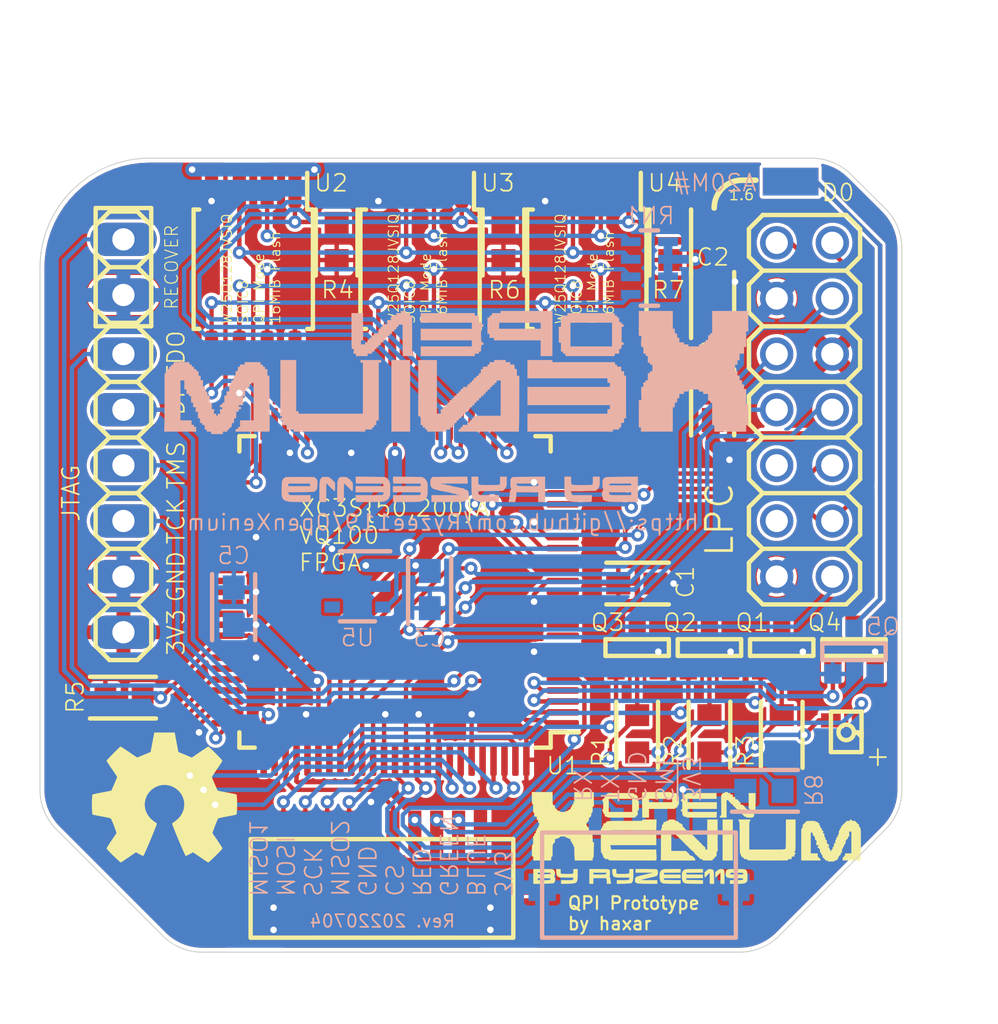
<source format=kicad_pcb>
(kicad_pcb (version 20211014) (generator pcbnew)
  (title_block (title "Original Xbox OpenXenium QPI") (date "2022-07-04") (rev "20220704") (company "XboxDev") (comment 2 "Licensed under CERN OHL v.1.2 or later") (comment 3 "Fork by: https://github.com/haxar/OpenXenium") (comment 4 "Original by: https://github.com/Ryzee119/OpenXenium"))
  (layers (0 "F.Cu" signal "Top") (31 "B.Cu" signal "Bottom") (34 "B.Paste" user) (35 "F.Paste" user) (36 "B.SilkS" user "B.Silkscreen") (37 "F.SilkS" user "F.Silkscreen") (38 "B.Mask" user) (39 "F.Mask" user) (44 "Edge.Cuts" user))
  (net 0 "")
  (net 1 "QPI_IO0")
  (net 2 "QPI_IO1")
  (net 3 "QPI_IO2")
  (net 4 "QPI_IO3")
  (net 5 "PAD_A20M")
  (net 6 "HEADER_MOSI")
  (net 7 "MOSFET_A20M")
  (net 8 "+3V3")
  (net 9 "GND")
  (net 10 "HEADER_CS")
  (net 11 "HEADER_MISO2")
  (net 12 "HEADER_SCK")
  (net 13 "HEADER_MISO1")
  (net 14 "LPC_LAD2")
  (net 15 "LPC_LAD1")
  (net 16 "LPC_LAD0")
  (net 17 "LPC_LAD3")
  (net 18 "LPC_RST")
  (net 19 "LPC_LFRAME")
  (net 20 "LPC_CLK")
  (net 21 "TCK")
  (net 22 "TMS")
  (net 23 "TDI")
  (net 24 "TDO")
  (net 25 "SWITCH_RECOVER")
  (net 26 "QPI_CS2")
  (net 27 "QPI_CS1")
  (net 28 "QPI_CS0")
  (net 29 "MOSFET_LED_B")
  (net 30 "MOSFET_LED_G")
  (net 31 "MOSFET_LED_R")
  (net 32 "MOSFET_D0")
  (net 33 "PAD_D0")
  (net 34 "LED_B")
  (net 35 "LED_G")
  (net 36 "LED_R")
  (net 37 "HEADER_LED_B")
  (net 38 "HEADER_LED_G")
  (net 39 "HEADER_LED_R")
  (net 40 "+5V")
  (net 41 "+1V2")
  (net 42 "QPI_CLK")
  (net 43 "FTDI_TXD")
  (net 44 "FTDI_RXD")
  (net 45 "~{SMI}")
  (net 46 "SCL")
  (net 47 "SDA")
  (footprint "1X06" (layer "F.Cu") (at 132.6261 102.1716 90)
    (fp_text reference "JTAG")
    (fp_text value "")
  )
  (footprint "1X02" (layer "F.Cu") (at 132.6261 91.854119 90)
    (fp_text reference "RECOVERY" hide)
    (fp_text value "")
  )
  (footprint "C0603" (layer "F.Cu") (at 159.5501 93.5356 90)
    (fp_text reference "C2")
    (fp_text value "0.1uF")
  )
  (footprint "C0603" (layer "F.Cu") (at 159.5501 97.9806 -90)
    (fp_text reference "C4")
    (fp_text value "10uF")
  )
  (footprint "SMD1,27-2,54" (layer "F.Cu") (at 163.1061 87.9476 90)
    (fp_text reference "D0")
    (fp_text value "")
  )
  (footprint "SOT-23" (layer "F.Cu") (at 162.7251 109.2201 180)
    (fp_text reference "Q1")
    (fp_text value "" hide)
  )
  (footprint "4-SMD-R6GHBHC" (layer "F.Cu") (at 165.6461 113.0936)
    (fp_text reference "L1" hide)
    (fp_text value "19-237/R6GHBHC-A07/2T" hide)
  )
  (footprint "SOT-23" (layer "F.Cu") (at 166.0271 109.2201 180)
    (fp_text reference "Q4")
    (fp_text value "")
  )
  (footprint "SOT-23" (layer "F.Cu") (at 156.1211 109.2201 180)
    (fp_text reference "Q3")
    (fp_text value "")
  )
  (footprint "SM10B-SRSS-TB" (layer "F.Cu") (at 144.4371 117.6656)
    (fp_text reference "J1" hide)
    (fp_text value "TE Connectivity 1-2367196-0" hide)
  )
  (footprint "2X07" (layer "F.Cu") (at 163.7411 98.3616 90)
    (fp_text reference "LPC")
    (fp_text value "")
  )
  (footprint "TP13SQ" (layer "F.Cu") (at 159.6136 90.1066)
    (fp_text reference "TP1" hide)
    (fp_text value "TPTP13SQ")
  )
  (footprint "SOT-23" (layer "F.Cu") (at 159.4231 109.2201 180)
    (fp_text reference "Q2")
    (fp_text value "")
  )
  (footprint "C0603" (layer "F.Cu") (at 156.083 106.299)
    (fp_text reference "C1")
    (fp_text value "0.1uF")
  )
  (footprint "OSHW-Symbol_6.7x6mm_SilkScreen" (layer "F.Cu") (at 134.493 116.078)
    (fp_text reference "OSHW Logo" hide)
    (fp_text value "OSHW-Symbol_6.7x6mm_SilkScreen" hide)
  )
  (footprint "R0603" (layer "F.Cu") (at 156.0957 113.1571 90)
    (fp_text reference "R1")
    (fp_text value "470")
  )
  (footprint "Package_SO:SOIC-8_5.23x5.23mm_P1.27mm" (layer "F.Cu") (at 153.797 91.948 -90)
    (fp_text reference "U4")
    (fp_text value "SOIC-8_5.23x5.23mm_P1.27mm")
  )
  (footprint "Package_SO:SOIC-8_5.23x5.23mm_P1.27mm" (layer "F.Cu") (at 146.177 91.948 -90)
    (fp_text reference "U3")
    (fp_text value "SOIC-8_5.23x5.23mm_P1.27mm")
  )
  (footprint "Package_SO:SOIC-8_5.23x5.23mm_P1.27mm" (layer "F.Cu") (at 138.557 91.948 -90)
    (fp_text reference "U2")
    (fp_text value "SOIC-8_5.23x5.23mm_P1.27mm")
  )
  (footprint "R0603" (layer "F.Cu") (at 159.3977 113.1571 90)
    (fp_text reference "R2")
    (fp_text value "470")
  )
  (footprint "R0603" (layer "F.Cu") (at 132.6515 111.506)
    (fp_text reference "R5")
    (fp_text value "10k")
  )
  (footprint "R0603" (layer "F.Cu") (at 142.367 90.678 90)
    (fp_text reference "R4")
    (fp_text value "10k")
  )
  (footprint "R0603" (layer "F.Cu") (at 157.607 90.678 90)
    (fp_text reference "R7")
    (fp_text value "10k")
  )
  (footprint "board_top_logos" (layer "F.Cu") (at 148.6535 105.156)
    (fp_text reference "G***" hide)
    (fp_text value "LOGO" hide)
  )
  (footprint "Package_QFP:VQFP-100_14x14mm_P0.5mm" (layer "F.Cu") (at 145.034 106.68 180)
    (fp_text reference "U1")
    (fp_text value "VQFP-100_14x14mm_P0.5mm")
  )
  (footprint "R0603" (layer "F.Cu") (at 162.6997 113.1571 90)
    (fp_text reference "R3")
    (fp_text value "470")
  )
  (footprint "R0603" (layer "F.Cu") (at 149.987 90.678 90)
    (fp_text reference "R6")
    (fp_text value "10k")
  )
  (footprint "SMD1,27-2,54" (layer "B.Cu") (at 163.1061 87.9476 90)
    (fp_text reference "A20M#")
    (fp_text value "")
  )
  (footprint "SOT-23" (layer "B.Cu") (at 165.9763 109.4105)
    (fp_text reference "Q5")
    (fp_text value "")
  )
  (footprint "board_bottom_logos" (layer "B.Cu") (at 148.720586 105.032546)
    (fp_text reference "G***" hide)
    (fp_text value "LOGO" hide)
  )
  (footprint "C0603" (layer "B.Cu") (at 137.668 107.33 -90)
    (fp_text reference "C5")
    (fp_text value "1uF")
  )
  (footprint "R0603" (layer "B.Cu") (at 161.886 115.7605 180)
    (fp_text reference "R8")
    (fp_text value "10k")
  )
  (footprint "C0603" (layer "B.Cu") (at 146.6215 106.57332 -90)
    (fp_text reference "C3")
    (fp_text value "1uF")
  )
  (footprint "SM10B-SRSS-TB" (layer "B.Cu") (at 153.6785 116.54038 180)
    (fp_text reference "J2" hide)
    (fp_text value "Molex 503763-0591" hide)
  )
  (footprint "Package_SO:TSOP-5_1.65x3.05mm_P0.95mm" (layer "B.Cu") (at 143.3195 106.4235 180)
    (fp_text reference "U5")
    (fp_text value "onsemi NCV8164ASN120T1G")
  )
  (footprint "Resistor_SMD:R_Array_Concave_4x0603" (layer "B.Cu") (at 156.6545 91.894489 180)
    (fp_text reference "RN1")
    (fp_text value "10k")
  )
  (gr_arc (start 159.6136 89.1541) (mid 159.985574 88.256074) (end 160.8836 87.8841) (layer "F.SilkS") (width 0.254))
  (gr_line (start 160.8836 87.8841) (end 161.5186 87.8841) (layer "F.SilkS") (width 0.254))
  (gr_line (start 131.3561 89.1541) (end 133.8961 89.1541) (layer "F.SilkS") (width 0.2))
  (gr_line (start 133.8961 89.1541) (end 133.8961 92.0116) (layer "F.SilkS") (width 0.2))
  (gr_line (start 133.8961 92.0116) (end 133.8961 94.5516) (layer "F.SilkS") (width 0.2))
  (gr_line (start 133.8961 94.5516) (end 131.3561 94.5516) (layer "F.SilkS") (width 0.2))
  (gr_line (start 131.3561 94.5516) (end 131.3561 89.1541) (layer "F.SilkS") (width 0.2))
  (gr_line (start 128.816099 91.880594) (end 128.8161 108.2041) (layer "Edge.Cuts") (width 0.05))
  (gr_arc (start 164.070858 86.880599) (mid 165.039037 87.072359) (end 165.861028 87.618685) (layer "Edge.Cuts") (width 0.05))
  (gr_line (start 168.1861 115.724497) (end 168.1861 90.985572) (layer "Edge.Cuts") (width 0.05))
  (gr_arc (start 128.816099 91.880594) (mid 130.283489 88.342117) (end 133.824396 86.8806) (layer "Edge.Cuts") (width 0.05))
  (gr_line (start 164.070859 86.8806) (end 133.824396 86.8806) (layer "Edge.Cuts") (width 0.05))
  (gr_line (start 167.436268 89.183657) (end 165.861028 87.618685) (layer "Edge.Cuts") (width 0.05))
  (gr_arc (start 162.58005 122.38265) (mid 161.756014 122.933254) (end 160.783996 123.1266) (layer "Edge.Cuts") (width 0.05))
  (gr_line (start 162.58005 122.38265) (end 167.44215 117.52055) (layer "Edge.Cuts") (width 0.05))
  (gr_line (start 128.8161 108.2041) (end 128.8161 111.3791) (layer "Edge.Cuts") (width 0.05))
  (gr_line (start 160.783996 123.1266) (end 137.3886 123.1266) (layer "Edge.Cuts") (width 0.05))
  (gr_line (start 128.8161 115.724497) (end 128.8161 111.3791) (layer "Edge.Cuts") (width 0.05))
  (gr_arc (start 136.218203 123.1266) (mid 135.246186 122.933254) (end 134.42215 122.382651) (layer "Edge.Cuts") (width 0.05))
  (gr_line (start 134.42215 122.38265) (end 129.56005 117.52055) (layer "Edge.Cuts") (width 0.05))
  (gr_arc (start 129.56005 117.52055) (mid 129.009446 116.696514) (end 128.816101 115.724497) (layer "Edge.Cuts") (width 0.05))
  (gr_line (start 137.3886 123.1266) (end 136.218203 123.1266) (layer "Edge.Cuts") (width 0.05))
  (gr_arc (start 167.436267 89.183657) (mid 167.991161 90.00972) (end 168.1861 90.985572) (layer "Edge.Cuts") (width 0.05))
  (gr_arc (start 168.186099 115.724497) (mid 167.992753 116.696514) (end 167.44215 117.52055) (layer "Edge.Cuts") (width 0.05))
  (gr_text "3V3\nBLUE\nGREEN\nRED\nCS\nGND\nMISO2\nSCK\nMOSI\nMISO1" (at 150.4061 120.65 -90) (layer "B.SilkS") (effects (font (size 0.77216 0.77216) (thickness 0.077216)) (justify left top mirror)))
  (gr_text "Rev. 20220704" (at 147.828 122.047) (layer "B.SilkS") (effects (font (size 0.57912 0.57912) (thickness 0.077216)) (justify left bottom mirror)))
  (gr_text "3V3\n~{SMI}\nGND\nTX\nRX" (at 159.004 116.332 -90) (layer "B.SilkS") (effects (font (size 0.77216 0.77216) (thickness 0.077216)) (justify left top mirror)))
  (gr_text "QPI Prototype\nby haxar" (at 152.869 122.1613) (layer "F.SilkS") (effects (font (size 0.57912 0.57912) (thickness 0.1)) (justify left bottom)))
  (gr_text "W25Q128JVSIQ\nSOIC8\nQPI Mode\n16MiB Flash" (at 139.827 94.488 90) (layer "F.SilkS") (effects (font (size 0.4572 0.4572) (thickness 0.048768)) (justify left bottom)))
  (gr_text "W25Q128JVSIQ\nSOIC8\nQPI Mode\n16MiB Flash" (at 155.067 94.488 90) (layer "F.SilkS") (effects (font (size 0.4572 0.4572) (thickness 0.048768)) (justify left bottom)))
  (gr_text "W25Q128JVSIQ\nSOIC8\nQPI Mode\n16MiB Flash" (at 147.447 94.488 90) (layer "F.SilkS") (effects (font (size 0.4572 0.4572) (thickness 0.048768)) (justify left bottom)))
  (gr_text "3V3" (at 135.4836 108.5216 90) (layer "F.SilkS") (effects (font (size 0.77216 0.77216) (thickness 0.077216)) (justify bottom)))
  (gr_text "TCK" (at 135.4836 103.4416 90) (layer "F.SilkS") (effects (font (size 0.77216 0.77216) (thickness 0.077216)) (justify bottom)))
  (gr_text "TMS" (at 135.4836 100.9016 90) (layer "F.SilkS") (effects (font (size 0.77216 0.77216) (thickness 0.077216)) (justify bottom)))
  (gr_text "GND" (at 135.4836 105.9816 90) (layer "F.SilkS") (effects (font (size 0.77216 0.77216) (thickness 0.077216)) (justify bottom)))
  (gr_text "RECOVER" (at 135.1661 91.854119 90) (layer "F.SilkS") (effects (font (size 0.57912 0.57912) (thickness 0.048768)) (justify bottom)))
  (gr_text "TDO" (at 135.4836 95.8216 90) (layer "F.SilkS") (effects (font (size 0.77216 0.77216) (thickness 0.077216)) (justify bottom)))
  (gr_text "TDI" (at 135.4836 98.3616 90) (layer "F.SilkS") (effects (font (size 0.77216 0.77216) (thickness 0.077216)) (justify bottom)))
  (gr_text "1.6" (at 160.2486 88.8366) (layer "F.SilkS") (effects (font (size 0.4826 0.4826) (thickness 0.06096)) (justify left bottom)))
  (gr_text "+" (at 166.43985 114.71285) (layer "F.SilkS") (effects (font (size 0.9652 0.9652) (thickness 0.08128)) (justify left bottom)))
  (gr_text "XC3S{50,200}A\nVQ100\nFPGA" (at 140.589 105.791) (layer "F.SilkS") (effects (font (size 0.77216 0.77216) (thickness 0.077216)) (justify left bottom)))
  (segment (start 141.034 99.0175) (end 141.034 100.33) (width 0.2) (layer "F.Cu") (net 1))
  (segment (start 136.652 93.472) (end 136.652 95.548) (width 0.2) (layer "F.Cu") (net 1))
  (segment (start 144.272 93.472) (end 144.272 95.548) (width 0.2) (layer "F.Cu") (net 1))
  (segment (start 136.652 95.548) (end 136.652 97.5995) (width 0.2) (layer "F.Cu") (net 1))
  (segment (start 151.892 93.472) (end 151.892 95.548) (width 0.2) (layer "F.Cu") (net 1))
  (via (at 144.272 93.472) (size 0.6) (drill 0.3) (layers "F.Cu" "B.Cu") (net 1))
  (via (at 151.892 93.472) (size 0.6) (drill 0.3) (layers "F.Cu" "B.Cu") (net 1))
  (via (at 136.652 93.472) (size 0.6) (drill 0.3) (layers "F.Cu" "B.Cu") (net 1))
  (via (at 136.652 97.5995) (size 0.6) (drill 0.3) (layers "F.Cu" "B.Cu") (net 1))
  (via (at 141.034 100.33) (size 0.6) (drill 0.3) (layers "F.Cu" "B.Cu") (net 1))
  (segment (start 136.652 97.5995) (end 137.203911 97.047589) (width 0.2) (layer "B.Cu") (net 1))
  (segment (start 137.203911 97.047589) (end 138.15061 97.047589) (width 0.2) (layer "B.Cu") (net 1))
  (segment (start 155.426989 93.472) (end 155.8045 93.094489) (width 0.2) (layer "B.Cu") (net 1))
  (segment (start 141.034 99.930979) (end 141.034 100.33) (width 0.2) (layer "B.Cu") (net 1))
  (segment (start 138.15061 97.047589) (end 141.034 99.930979) (width 0.2) (layer "B.Cu") (net 1))
  (segment (start 136.652 93.472) (end 151.892 93.472) (width 0.2) (layer "B.Cu") (net 1))
  (segment (start 151.892 93.472) (end 155.426989 93.472) (width 0.2) (layer "B.Cu") (net 1))
  (segment (start 137.541 87.249) (end 137.287 87.503) (width 0.2) (layer "F.Cu") (net 2))
  (segment (start 154.432 90.424) (end 154.432 88.348) (width 0.2) (layer "F.Cu") (net 2))
  (segment (start 138.893 87.249) (end 137.541 87.249) (width 0.2) (layer "F.Cu") (net 2))
  (segment (start 139.192 87.548) (end 138.893 87.249) (width 0.2) (layer "F.Cu") (net 2))
  (segment (start 139.192 88.348) (end 139.192 87.548) (width 0.2) (layer "F.Cu") (net 2))
  (segment (start 146.812 90.424) (end 146.812 88.348) (width 0.2) (layer "F.Cu") (net 2))
  (segment (start 137.287 87.503) (end 137.287 100.5955) (width 0.2) (layer "F.Cu") (net 2))
  (segment (start 137.287 100.5955) (end 137.3715 100.68) (width 0.2) (layer "F.Cu") (net 2))
  (segment (start 139.192 90.424) (end 139.192 88.348) (width 0.2) (layer "F.Cu") (net 2))
  (via (at 146.812 90.424) (size 0.6) (drill 0.3) (layers "F.Cu" "B.Cu") (net 2))
  (via (at 154.432 90.424) (size 0.6) (drill 0.3) (layers "F.Cu" "B.Cu") (net 2))
  (via (at 139.192 90.424) (size 0.6) (drill 0.3) (layers "F.Cu" "B.Cu") (net 2))
  (segment (start 155.534011 90.424) (end 155.8045 90.694489) (width 0.2) (layer "B.Cu") (net 2))
  (segment (start 139.192 90.424) (end 154.432 90.424) (width 0.2) (layer "B.Cu") (net 2))
  (segment (start 154.432 90.424) (end 155.534011 90.424) (width 0.2) (layer "B.Cu") (net 2))
  (segment (start 137.922 91.186) (end 137.922 88.348) (width 0.2) (layer "F.Cu") (net 3))
  (segment (start 145.542 91.186) (end 145.542 88.348) (width 0.2) (layer "F.Cu") (net 3))
  (segment (start 153.162 91.186) (end 153.162 88.348) (width 0.2) (layer "F.Cu") (net 3))
  (segment (start 138.071334 101.18) (end 138.557 100.694334) (width 0.2) (layer "F.Cu") (net 3))
  (segment (start 138.557 91.821) (end 137.922 91.186) (width 0.2) (layer "F.Cu") (net 3))
  (segment (start 137.3715 101.18) (end 138.071334 101.18) (width 0.2) (layer "F.Cu") (net 3))
  (segment (start 138.557 100.694334) (end 138.557 91.821) (width 0.2) (layer "F.Cu") (net 3))
  (via (at 153.162 91.186) (size 0.6) (drill 0.3) (layers "F.Cu" "B.Cu") (net 3))
  (via (at 137.922 91.186) (size 0.6) (drill 0.3) (layers "F.Cu" "B.Cu") (net 3))
  (via (at 145.542 91.186) (size 0.6) (drill 0.3) (layers "F.Cu" "B.Cu") (net 3))
  (segment (start 153.162 91.186) (end 155.496011 91.186) (width 0.2) (layer "B.Cu") (net 3))
  (segment (start 155.496011 91.186) (end 155.8045 91.494489) (width 0.2) (layer "B.Cu") (net 3))
  (segment (start 137.922 91.186) (end 153.162 91.186) (width 0.2) (layer "B.Cu") (net 3))
  (segment (start 139.034 98.317666) (end 139.034 99.0175) (width 0.2) (layer "F.Cu") (net 4))
  (segment (start 139.192 95.548) (end 139.192 98.159666) (width 0.2) (layer "F.Cu") (net 4))
  (segment (start 139.192 91.948) (end 139.192 95.548) (width 0.2) (layer "F.Cu") (net 4))
  (segment (start 154.432 91.948) (end 154.432 95.548) (width 0.2) (layer "F.Cu") (net 4))
  (segment (start 146.812 91.948) (end 146.812 95.548) (width 0.2) (layer "F.Cu") (net 4))
  (segment (start 139.192 98.159666) (end 139.034 98.317666) (width 0.2) (layer "F.Cu") (net 4))
  (via (at 146.812 91.948) (size 0.6) (drill 0.3) (layers "F.Cu" "B.Cu") (net 4))
  (via (at 139.192 91.948) (size 0.6) (drill 0.3) (layers "F.Cu" "B.Cu") (net 4))
  (via (at 154.432 91.948) (size 0.6) (drill 0.3) (layers "F.Cu" "B.Cu") (net 4))
  (segment (start 154.432 91.948) (end 155.458011 91.948) (width 0.2) (layer "B.Cu") (net 4))
  (segment (start 155.458011 91.948) (end 155.8045 92.294489) (width 0.2) (layer "B.Cu") (net 4))
  (segment (start 139.192 91.948) (end 154.432 91.948) (width 0.2) (layer "B.Cu") (net 4))
  (segment (start 164.2746 87.9476) (end 167.1955 90.8685) (width 0.2) (layer "B.Cu") (net 5))
  (segment (start 167.1955 107.0103) (end 166.0017 108.2041) (width 0.2) (layer "B.Cu") (net 5))
  (segment (start 167.1955 90.8685) (end 167.1955 107.0103) (width 0.2) (layer "B.Cu") (net 5))
  (segment (start 163.1061 87.9476) (end 164.2746 87.9476) (width 0.2) (layer "B.Cu") (net 5))
  (segment (start 140.9371 117.6656) (end 140.9371 116.2686) (width 0.2) (layer "F.Cu") (net 6))
  (segment (start 148.034 114.3425) (end 148.034 115.22215) (width 0.2) (layer "F.Cu") (net 6))
  (segment (start 148.034 115.22215) (end 148.44535 115.6335) (width 0.2) (layer "F.Cu") (net 6))
  (via (at 140.9371 116.2686) (size 0.6) (drill 0.3) (layers "F.Cu" "B.Cu") (net 6))
  (via (at 148.44535 115.6335) (size 0.6) (drill 0.3) (layers "F.Cu" "B.Cu") (net 6))
  (segment (start 147.166441 114.354591) (end 148.44535 115.6335) (width 0.2) (layer "B.Cu") (net 6))
  (segment (start 143.06503 115.364769) (end 144.075208 114.354591) (width 0.2) (layer "B.Cu") (net 6))
  (segment (start 141.840931 115.364769) (end 143.06503 115.364769) (width 0.2) (layer "B.Cu") (net 6))
  (segment (start 140.9371 116.2686) (end 141.840931 115.364769) (width 0.2) (layer "B.Cu") (net 6))
  (segment (start 144.075208 114.354591) (end 147.166441 114.354591) (width 0.2) (layer "B.Cu") (net 6))
  (segment (start 151.435911 111.68) (end 151.384 111.628089) (width 0.2) (layer "F.Cu") (net 7))
  (segment (start 152.6965 111.68) (end 151.435911 111.68) (width 0.2) (layer "F.Cu") (net 7))
  (via (at 151.384 111.628089) (size 0.6) (drill 0.3) (layers "F.Cu" "B.Cu") (net 7))
  (segment (start 165.26511 111.994511) (end 162.520863 111.994511) (width 0.2) (layer "B.Cu") (net 7))
  (segment (start 166.9669 110.4265) (end 166.833121 110.4265) (width 0.2) (layer "B.Cu") (net 7))
  (segment (start 151.829331 111.182758) (end 151.384 111.628089) (width 0.2) (layer "B.Cu") (net 7))
  (segment (start 166.799463 110.4265) (end 166.9669 110.4265) (width 0.2) (layer "B.Cu") (net 7))
  (segment (start 161.70911 111.182758) (end 151.829331 111.182758) (width 0.2) (layer "B.Cu") (net 7))
  (segment (start 162.520863 111.994511) (end 161.70911 111.182758) (width 0.2) (layer "B.Cu") (net 7))
  (segment (start 166.833121 110.4265) (end 165.26511 111.994511) (width 0.2) (layer "B.Cu") (net 7))
  (via (at 135.763 87.3982) (size 0.6) (drill 0.3) (layers "F.Cu" "B.Cu") (net 8))
  (via (at 141.351 87.3982) (size 0.6) (drill 0.3) (layers "F.Cu" "B.Cu") (net 8))
  (via (at 158.75 91.494489) (size 0.6) (drill 0.3) (layers "F.Cu" "B.Cu") (net 8))
  (via (at 158.1785 115.697) (size 0.6) (drill 0.3) (layers "F.Cu" "B.Cu") (net 8))
  (via (at 145.9738 105.4735) (size 0.6) (drill 0.3) (layers "F.Cu" "B.Cu") (net 8))
  (via (at 143.7005 105.4735) (size 0.6) (drill 0.3) (layers "F.Cu" "B.Cu") (net 8))
  (segment (start 144.640822 107.3735) (end 145.095 106.919322) (width 0.2) (layer "B.Cu") (net 8))
  (segment (start 141.351 87.3982) (end 135.763 87.3982) (width 0.635) (layer "B.Cu") (net 8))
  (segment (start 158.75 91.494489) (end 157.5045 91.494489) (width 0.4) (layer "B.Cu") (net 8))
  (segment (start 145.095 106.919322) (end 145.095 105.5395) (width 0.2) (layer "B.Cu") (net 8))
  (segment (start 158.242 115.7605) (end 158.1785 115.697) (width 0.2) (layer "B.Cu") (net 8))
  (segment (start 143.7005 105.4735) (end 145.9738 105.4735) (width 0.6) (layer "B.Cu") (net 8))
  (segment (start 145.9738 105.4735) (end 146.37168 105.4735) (width 0.6) (layer "B.Cu") (net 8))
  (segment (start 146.37168 105.4735) (end 146.6215 105.72332) (width 0.6) (layer "B.Cu") (net 8))
  (segment (start 144.4795 107.3735) (end 144.640822 107.3735) (width 0.2) (layer "B.Cu") (net 8))
  (segment (start 158.1785 115.697) (end 158.1785 117.16538) (width 0.6) (layer "B.Cu") (net 8))
  (segment (start 157.5045 90.694489) (end 157.5045 93.094489) (width 0.4) (layer "B.Cu") (net 8))
  (segment (start 161.036 115.7605) (end 158.242 115.7605) (width 0.2) (layer "B.Cu") (net 8))
  (segment (start 152.6965 101.18) (end 151.884 101.18) (width 0.2) (layer "F.Cu") (net 9))
  (segment (start 136.0805 112.771166) (end 136.671666 112.18) (width 0.2) (layer "F.Cu") (net 9))
  (segment (start 151.6146 109.18) (end 152.6965 109.18) (width 0.2) (layer "F.Cu") (net 9))
  (segment (start 152.6965 104.18) (end 151.996666 104.18) (width 0.2) (layer "F.Cu") (net 9))
  (segment (start 144.534 114.3425) (end 144.534 112.3235) (width 0.2) (layer "F.Cu") (net 9))
  (segment (start 159.7161 92.5196) (end 159.5501 92.6856) (width 0.635) (layer "F.Cu") (net 9))
  (segment (start 137.3715 106.68) (end 138.684 106.68) (width 0.2) (layer "F.Cu") (net 9))
  (segment (start 151.384 103.567334) (end 151.384 103.505) (width 0.2) (layer "F.Cu") (net 9))
  (segment (start 138.684 104.18) (end 137.3715 104.18) (width 0.2) (layer "F.Cu") (net 9))
  (segment (start 151.884 101.18) (end 151.384 101.68) (width 0.2) (layer "F.Cu") (net 9))
  (segment (start 148.534 112.268) (end 148.534 114.3425) (width 0.2) (layer "F.Cu") (net 9))
  (segment (start 163.6649 110.2361) (end 163.6649 109.4106) (width 0.635) (layer "F.Cu") (net 9))
  (segment (start 144.534 112.3235) (end 144.5895 112.268) (width 0.2) (layer "F.Cu") (net 9))
  (segment (start 146.534 112.6885) (end 146.1135 112.268) (width 0.2) (layer "F.Cu") (net 9))
  (segment (start 159.5501 98.8306) (end 159.5501 99.8856) (width 0.635) (layer "F.Cu") (net 9))
  (segment (start 156.933 106.299) (end 157.7585 106.299) (width 0.635) (layer "F.Cu") (net 9))
  (segment (start 136.671666 112.18) (end 137.3715 112.18) (width 0.2) (layer "F.Cu") (net 9))
  (segment (start 141.034 114.3425) (end 141.034 112.332) (width 0.2) (layer "F.Cu") (net 9))
  (segment (start 137.3715 109.68) (end 138.684 109.68) (width 0.2) (layer "F.Cu") (net 9))
  (segment (start 151.384 101.68) (end 152.6965 101.68) (width 0.2) (layer "F.Cu") (net 9))
  (segment (start 146.534 114.3425) (end 146.534 112.6885) (width 0.2) (layer "F.Cu") (net 9))
  (segment (start 151.384 103.505) (end 151.384 103.533676) (width 0.2) (layer "F.Cu") (net 9))
  (segment (start 136.0805 113.0935) (end 136.0805 112.771166) (width 0.2) (layer "F.Cu") (net 9))
  (segment (start 150.534 113.642666) (end 150.244414 113.35308) (width 0.2) (layer "F.Cu") (net 9))
  (segment (start 140.534 100.0285) (end 140.2325 100.33) (width 0.2) (layer "F.Cu") (net 9))
  (segment (start 150.534 114.3425) (end 150.534 113.642666) (width 0.2) (layer "F.Cu") (net 9))
  (segment (start 166.9669 109.4106) (end 166.9669 110.2361) (width 0.635) (layer "F.Cu") (net 9))
  (segment (start 157.0609 110.2361) (end 157.0609 109.4106) (width 0.635) (layer "F.Cu") (net 9))
  (segment (start 143.9371 116.2686) (end 143.9371 117.6656) (width 0.6) (layer "F.Cu") (net 9))
  (segment (start 151.996666 104.18) (end 151.384 103.567334) (width 0.2) (layer "F.Cu") (net 9))
  (segment (start 151.996666 106.18) (end 151.384 106.792666) (width 0.2) (layer "F.Cu") (net 9))
  (segment (start 160.5661 92.5196) (end 159.7161 92.5196) (width 0.635) (layer "F.Cu") (net 9))
  (segment (start 151.384 109.4106) (end 151.6146 109.18) (width 0.2) (layer "F.Cu") (net 9))
  (segment (start 151.384 106.792666) (end 151.384 107.1245) (width 0.2) (layer "F.Cu") (net 9))
  (segment (start 159.5501 99.8856) (end 160.3121 100.6476) (width 0.635) (layer "F.Cu") (net 9))
  (segment (start 160.3629 110.2361) (end 160.3629 109.4106) (width 0.635) (layer "F.Cu") (net 9))
  (segment (start 141.034 112.332) (end 140.97 112.268) (width 0.2) (layer "F.Cu") (net 9))
  (segment (start 152.6965 106.18) (end 151.996666 106.18) (width 0.2) (layer "F.Cu") (net 9))
  (segment (start 140.534 99.0175) (end 140.534 100.0285) (width 0.2) (layer "F.Cu") (net 9))
  (segment (start 143.034 99.0175) (end 143.034 100.33) (width 0.2) (layer "F.Cu") (net 9))
  (segment (start 150.244414 113.35308) (end 148.53592 113.35308) (width 0.2) (layer "F.Cu") (net 9))
  (via (at 144.272 88.8365) (size 0.6) (drill 0.3) (layers "F.Cu" "B.Cu") (net 9))
  (via (at 151.892 88.8365) (size 0.6) (drill 0.3) (layers "F.Cu" "B.Cu") (net 9))
  (via (at 136.652 88.8365) (size 0.6) (drill 0.3) (layers "F.Cu" "B.Cu") (net 9))
  (via (at 140.2325 100.33) (size 0.6) (drill 0.3) (layers "F.Cu" "B.Cu") (net 9))
  (via (at 151.384 103.505) (size 0.6) (drill 0.3) (layers "F.Cu" "B.Cu") (net 9))
  (via (at 151.384 101.68) (size 0.6) (drill 0.3) (layers "F.Cu" "B.Cu") (net 9))
  (via (at 146.1135 112.268) (size 0.6) (drill 0.3) (layers "F.Cu" "B.Cu") (net 9))
  (via (at 140.97 112.268) (size 0.6) (drill 0.3) (layers "F.Cu" "B.Cu") (net 9))
  (via (at 157.7585 106.299) (size 0.6) (drill 0.3) (layers "F.Cu" "B.Cu") (net 9))
  (via (at 163.6649 109.4106) (size 0.6) (drill 0.3) (layers "F.Cu" "B.Cu") (net 9))
  (via (at 166.9669 109.4106) (size 0.6) (drill 0.3) (layers "F.Cu" "B.Cu") (net 9))
  (via (at 160.5661 92.5196) (size 0.6) (drill 0.3) (layers "F.Cu" "B.Cu") (net 9))
  (via (at 160.3121 100.6476) (size 0.6) (drill 0.3) (layers "F.Cu" "B.Cu") (net 9))
  (via (at 151.384 107.1245) (size 0.6) (drill 0.3) (layers "F.Cu" "B.Cu") (net 9))
  (via (at 143.9371 116.2686) (size 0.6) (drill 0.3) (layers "F.Cu" "B.Cu") (net 9))
  (via (at 157.0609 109.4106) (size 0.6) (drill 0.3) (layers "F.Cu" "B.Cu") (net 9))
  (via (at 160.3629 109.4106) (size 0.6) (drill 0.3) (layers "F.Cu" "B.Cu") (net 9))
  (via (at 149.3901 121.0946) (size 0.6) (drill 0.3) (layers "F.Cu" "B.Cu") (net 9))
  (via (at 149.3901 122.1106) (size 0.6) (drill 0.3) (layers "F.Cu" "B.Cu") (net 9))
  (via (at 139.4841 121.0946) (size 0.6) (drill 0.3) (layers "F.Cu" "B.Cu") (net 9))
  (via (at 139.4841 122.1106) (size 0.6) (drill 0.3) (layers "F.Cu" "B.Cu") (net 9))
  (via (at 148.534 112.268) (size 0.6) (drill 0.3) (layers "F.Cu" "B.Cu") (net 9))
  (via (at 143.034 100.33) (size 0.6) (drill 0.3) (layers "F.Cu" "B.Cu") (net 9))
  (via (at 144.5895 112.268) (size 0.6) (drill 0.3) (layers "F.Cu" "B.Cu") (net 9))
  (via (at 138.684 106.68) (size 0.6) (drill 0.3) (layers "F.Cu" "B.Cu") (net 9))
  (via (at 138.684 109.68) (size 0.6) (drill 0.3) (layers "F.Cu" "B.Cu") (net 9))
  (via (at 151.384 109.4106) (size 0.6) (drill 0.3) (layers "F.Cu" "B.Cu") (net 9))
  (via (at 136.0805 113.0935) (size 0.6) (drill 0.3) (layers "F.Cu" "B.Cu") (net 9))
  (via (at 138.684 104.18) (size 0.6) (drill 0.3) (layers "F.Cu" "B.Cu") (net 9))
  (segment (start 140.034 115.3325) (end 140.418189 115.716689) (width 0.2) (layer "F.Cu") (net 10))
  (segment (start 140.418189 115.716689) (end 144.165721 115.716689) (width 0.2) (layer "F.Cu") (net 10))
  (segment (start 144.165721 115.716689) (end 144.9371 116.488068) (width 0.2) (layer "F.Cu") (net 10))
  (segment (start 140.034 114.3425) (end 140.034 115.3325) (width 0.2) (layer "F.Cu") (net 10))
  (segment (start 144.9371 116.488068) (end 144.9371 117.6656) (width 0.2) (layer "F.Cu") (net 10))
  (segment (start 150.034 114.3425) (end 150.034 115.21555) (width 0.2) (layer "F.Cu") (net 11))
  (segment (start 150.034 115.21555) (end 150.45195 115.6335) (width 0.2) (layer "F.Cu") (net 11))
  (segment (start 142.9371 116.2686) (end 142.9371 117.6656) (width 0.2) (layer "F.Cu") (net 11))
  (via (at 142.9371 116.2686) (size 0.6) (drill 0.3) (layers "F.Cu" "B.Cu") (net 11))
  (via (at 150.45195 115.6335) (size 0.6) (drill 0.3) (layers "F.Cu" "B.Cu") (net 11))
  (segment (start 147.033035 115.241965) (end 147.033035 115.803206) (width 0.2) (layer "B.Cu") (net 11))
  (segment (start 147.033035 115.803206) (end 147.41524 116.185411) (width 0.2) (layer "B.Cu") (net 11))
  (segment (start 143.156579 116.2686) (end 144.366748 115.058431) (width 0.2) (layer "B.Cu") (net 11))
  (segment (start 149.900039 116.185411) (end 150.45195 115.6335) (width 0.2) (layer "B.Cu") (net 11))
  (segment (start 142.9371 116.2686) (end 143.156579 116.2686) (width 0.2) (layer "B.Cu") (net 11))
  (segment (start 144.366748 115.058431) (end 146.849501 115.058431) (width 0.2) (layer "B.Cu") (net 11))
  (segment (start 147.41524 116.185411) (end 149.900039 116.185411) (width 0.2) (layer "B.Cu") (net 11))
  (segment (start 146.849501 115.058431) (end 147.033035 115.241965) (width 0.2) (layer "B.Cu") (net 11))
  (segment (start 141.9371 117.6656) (end 141.9371 116.3086) (width 0.2) (layer "F.Cu") (net 12))
  (segment (start 141.9371 116.3086) (end 141.9371 116.2686) (width 0.2) (layer "F.Cu") (net 12))
  (segment (start 147.534 115.52365) (end 147.64385 115.6335) (width 0.2) (layer "F.Cu") (net 12))
  (segment (start 147.534 114.3425) (end 147.534 115.52365) (width 0.2) (layer "F.Cu") (net 12))
  (via (at 141.9371 116.2686) (size 0.6) (drill 0.3) (layers "F.Cu" "B.Cu") (net 12))
  (via (at 147.64385 115.6335) (size 0.6) (drill 0.3) (layers "F.Cu" "B.Cu") (net 12))
  (segment (start 144.220978 114.706511) (end 146.995271 114.706511) (width 0.2) (layer "B.Cu") (net 12))
  (segment (start 142.489011 115.716689) (end 143.2108 115.716689) (width 0.2) (layer "B.Cu") (net 12))
  (segment (start 146.995271 114.706511) (end 147.64385 115.35509) (width 0.2) (layer "B.Cu") (net 12))
  (segment (start 143.2108 115.716689) (end 144.220978 114.706511) (width 0.2) (layer "B.Cu") (net 12))
  (segment (start 147.64385 115.35509) (end 147.64385 115.6335) (width 0.2) (layer "B.Cu") (net 12))
  (segment (start 141.9371 116.2686) (end 142.489011 115.716689) (width 0.2) (layer "B.Cu") (net 12))
  (segment (start 139.9371 117.6656) (end 139.9371 116.3236) (width 0.2) (layer "F.Cu") (net 13))
  (segment (start 139.9371 116.3236) (end 139.9371 116.2686) (width 0.2) (layer "F.Cu") (net 13))
  (segment (start 149.534 115.51705) (end 149.65045 115.6335) (width 0.2) (layer "F.Cu") (net 13))
  (segment (start 149.534 114.3425) (end 149.534 115.51705) (width 0.2) (layer "F.Cu") (net 13))
  (via (at 149.65045 115.6335) (size 0.6) (drill 0.3) (layers "F.Cu" "B.Cu") (net 13))
  (via (at 139.9371 116.2686) (size 0.6) (drill 0.3) (layers "F.Cu" "B.Cu") (net 13))
  (segment (start 142.91926 115.012849) (end 143.929438 114.002671) (width 0.2) (layer "B.Cu") (net 13))
  (segment (start 141.192851 115.012849) (end 142.91926 115.012849) (width 0.2) (layer "B.Cu") (net 13))
  (segment (start 139.9371 116.2686) (end 141.192851 115.012849) (width 0.2) (layer "B.Cu") (net 13))
  (segment (start 143.929438 114.002671) (end 148.019621 114.002671) (width 0.2) (layer "B.Cu") (net 13))
  (segment (start 148.019621 114.002671) (end 149.65045 115.6335) (width 0.2) (layer "B.Cu") (net 13))
  (segment (start 144.034 111.5917) (end 148.2471 107.3786) (width 0.2) (layer "F.Cu") (net 14))
  (segment (start 144.034 114.3425) (end 144.034 111.5917) (width 0.2) (layer "F.Cu") (net 14))
  (via (at 148.2471 107.3786) (size 0.6) (drill 0.3) (layers "F.Cu" "B.Cu") (net 14))
  (segment (start 160.294158 98.3616) (end 158.94418 99.711578) (width 0.2) (layer "B.Cu") (net 14))
  (segment (start 155.965128 106.572589) (end 149.053111 106.572589) (width 0.2) (layer "B.Cu") (net 14))
  (segment (start 149.053111 106.572589) (end 148.2471 107.3786) (width 0.2) (layer "B.Cu") (net 14))
  (segment (start 158.94418 103.593537) (end 155.965128 106.572589) (width 0.2) (layer "B.Cu") (net 14))
  (segment (start 162.4711 98.3616) (end 160.294158 98.3616) (width 0.2) (layer "B.Cu") (net 14))
  (segment (start 158.94418 99.711578) (end 158.94418 103.593537) (width 0.2) (layer "B.Cu") (net 14))
  (segment (start 143.534 111.2027) (end 145.7861 108.9506) (width 0.2) (layer "F.Cu") (net 15))
  (segment (start 146.2631 108.624907) (end 146.2631 108.4736) (width 0.2) (layer "F.Cu") (net 15))
  (segment (start 143.534 114.3425) (end 143.534 111.2027) (width 0.2) (layer "F.Cu") (net 15))
  (segment (start 146.2631 108.4736) (end 148.2471 106.4896) (width 0.2) (layer "F.Cu") (net 15))
  (segment (start 145.7861 108.9506) (end 145.937406 108.9506) (width 0.2) (layer "F.Cu") (net 15))
  (segment (start 145.937406 108.9506) (end 146.2631 108.624907) (width 0.2) (layer "F.Cu") (net 15))
  (via (at 148.2471 106.4896) (size 0.6) (drill 0.3) (layers "F.Cu" "B.Cu") (net 15))
  (segment (start 158.59226 103.447767) (end 155.819358 106.220669) (width 0.2) (layer "B.Cu") (net 15))
  (segment (start 158.59226 99.565808) (end 158.59226 103.447767) (width 0.2) (layer "B.Cu") (net 15))
  (segment (start 162.336468 95.8216) (end 158.59226 99.565808) (width 0.2) (layer "B.Cu") (net 15))
  (segment (start 155.819358 106.220669) (end 148.516031 106.220669) (width 0.2) (layer "B.Cu") (net 15))
  (segment (start 162.4711 95.8216) (end 162.336468 95.8216) (width 0.2) (layer "B.Cu") (net 15))
  (segment (start 148.516031 106.220669) (end 148.2471 106.4896) (width 0.2) (layer "B.Cu") (net 15))
  (segment (start 147.4851 105.6006) (end 148.5011 105.6006) (width 0.2) (layer "F.Cu") (net 16))
  (segment (start 142.534 110.5517) (end 142.534 114.3425) (width 0.2) (layer "F.Cu") (net 16))
  (segment (start 147.4851 105.6006) (end 142.534 110.5517) (width 0.2) (layer "F.Cu") (net 16))
  (via (at 148.5011 105.6006) (size 0.6) (drill 0.3) (layers "F.Cu" "B.Cu") (net 16))
  (segment (start 161.8615 94.615) (end 161.2265 95.25) (width 0.2) (layer "B.Cu") (net 16))
  (segment (start 163.6777 94.615) (end 161.8615 94.615) (width 0.2) (layer "B.Cu") (net 16))
  (segment (start 165.0111 93.2816) (end 163.6777 94.615) (width 0.2) (layer "B.Cu") (net 16))
  (segment (start 161.2265 95.25) (end 161.2265 96.433878) (width 0.2) (layer "B.Cu") (net 16))
  (segment (start 158.24034 103.301997) (end 155.673588 105.868749) (width 0.2) (layer "B.Cu") (net 16))
  (segment (start 148.769249 105.868749) (end 148.5011 105.6006) (width 0.2) (layer "B.Cu") (net 16))
  (segment (start 155.673588 105.868749) (end 148.769249 105.868749) (width 0.2) (layer "B.Cu") (net 16))
  (segment (start 161.2265 96.433878) (end 158.24034 99.420038) (width 0.2) (layer "B.Cu") (net 16))
  (segment (start 158.24034 99.420038) (end 158.24034 103.301997) (width 0.2) (layer "B.Cu") (net 16))
  (segment (start 143.034 114.3425) (end 143.034 110.8137) (width 0.2) (layer "F.Cu") (net 17))
  (segment (start 145.4531 108.3946) (end 145.7071 108.3946) (width 0.2) (layer "F.Cu") (net 17))
  (segment (start 143.034 110.8137) (end 145.4531 108.3946) (width 0.2) (layer "F.Cu") (net 17))
  (via (at 145.7071 108.3946) (size 0.6) (drill 0.3) (layers "F.Cu" "B.Cu") (net 17))
  (segment (start 165.0111 98.3616) (end 164.3379 98.3616) (width 0.2) (layer "B.Cu") (net 17))
  (segment (start 164.3379 98.3616) (end 163.1315 99.568) (width 0.2) (layer "B.Cu") (net 17))
  (segment (start 159.2961 103.739307) (end 154.640807 108.3946) (width 0.2) (layer "B.Cu") (net 17))
  (segment (start 154.640807 108.3946) (end 145.7071 108.3946) (width 0.2) (layer "B.Cu") (net 17))
  (segment (start 159.2961 99.857348) (end 159.2961 103.739307) (width 0.2) (layer "B.Cu") (net 17))
  (segment (start 163.1315 99.568) (end 159.585448 99.568) (width 0.2) (layer "B.Cu") (net 17))
  (segment (start 159.585448 99.568) (end 159.2961 99.857348) (width 0.2) (layer "B.Cu") (net 17))
  (segment (start 142.034 110.193821) (end 142.034 114.3425) (width 0.2) (layer "F.Cu") (net 18))
  (segment (start 157.436179 101.981) (end 163.322 101.981) (width 0.2) (layer "F.Cu") (net 18))
  (segment (start 164.4014 100.9016) (end 165.0111 100.9016) (width 0.2) (layer "F.Cu") (net 18))
  (segment (start 147.4851 104.742721) (end 142.034 110.193821) (width 0.2) (layer "F.Cu") (net 18))
  (segment (start 163.322 101.981) (end 164.4014 100.9016) (width 0.2) (layer "F.Cu") (net 18))
  (segment (start 155.5496 104.648) (end 155.5496 103.867579) (width 0.2) (layer "F.Cu") (net 18))
  (segment (start 155.5496 103.867579) (end 157.436179 101.981) (width 0.2) (layer "F.Cu") (net 18))
  (segment (start 147.4851 104.7115) (end 147.4851 104.742721) (width 0.2) (layer "F.Cu") (net 18))
  (via (at 147.4851 104.7115) (size 0.6) (drill 0.3) (layers "F.Cu" "B.Cu") (net 18))
  (via (at 155.5496 104.648) (size 0.6) (drill 0.3) (layers "F.Cu" "B.Cu") (net 18))
  (segment (start 155.4861 104.7115) (end 155.5496 104.648) (width 0.2) (layer "B.Cu") (net 18))
  (segment (start 147.4851 104.7115) (end 155.4861 104.7115) (width 0.2) (layer "B.Cu") (net 18))
  (segment (start 139.807411 110.859368) (end 139.807411 113.369255) (width 0.2) (layer "F.Cu") (net 19))
  (segment (start 157.581949 102.33292) (end 156.1211 103.793769) (width 0.2) (layer "F.Cu") (net 19))
  (segment (start 165.0111 103.4416) (end 166.84358 101.60912) (width 0.2) (layer "F.Cu") (net 19))
  (segment (start 156.1211 103.793769) (end 156.1211 104.0766) (width 0.2) (layer "F.Cu") (net 19))
  (segment (start 166.84358 101.60912) (end 166.84358 91.01427) (width 0.2) (layer "F.Cu") (net 19))
  (segment (start 160.4392 89.281) (end 159.6136 90.1066) (width 0.2) (layer "F.Cu") (net 19))
  (segment (start 165.11031 89.281) (end 160.4392 89.281) (width 0.2) (layer "F.Cu") (net 19))
  (segment (start 145.7071 104.959679) (end 139.807411 110.859368) (width 0.2) (layer "F.Cu") (net 19))
  (segment (start 166.84358 91.01427) (end 165.11031 89.281) (width 0.2) (layer "F.Cu") (net 19))
  (segment (start 145.7071 104.7115) (end 145.7071 104.959679) (width 0.2) (layer "F.Cu") (net 19))
  (segment (start 139.807411 113.369255) (end 139.534 113.642666) (width 0.2) (layer "F.Cu") (net 19))
  (segment (start 165.0111 103.4416) (end 164.4016 103.4416) (width 0.2) (layer "F.Cu") (net 19))
  (segment (start 139.534 113.642666) (end 139.534 114.3425) (width 0.2) (layer "F.Cu") (net 19))
  (segment (start 164.4016 103.4416) (end 163.29292 102.33292) (width 0.2) (layer "F.Cu") (net 19))
  (segment (start 163.29292 102.33292) (end 157.581949 102.33292) (width 0.2) (layer "F.Cu") (net 19))
  (via (at 145.7071 104.7115) (size 0.6) (drill 0.3) (layers "F.Cu" "B.Cu") (net 19))
  (via (at 156.1211 104.0766) (size 0.6) (drill 0.3) (layers "F.Cu" "B.Cu") (net 19))
  (segment (start 156.1211 104.0766) (end 146.342 104.0766) (width 0.2) (layer "B.Cu") (net 19))
  (segment (start 146.342 104.0766) (end 145.7071 104.7115) (width 0.2) (layer "B.Cu") (net 19))
  (segment (start 145.534 114.3425) (end 145.534 110.879) (width 0.2) (layer "F.Cu") (net 20))
  (segment (start 145.534 110.879) (end 147.447 108.966) (width 0.2) (layer "F.Cu") (net 20))
  (via (at 147.447 108.966) (size 0.6) (drill 0.3) (layers "F.Cu" "B.Cu") (net 20))
  (segment (start 147.66648 108.74652) (end 147.447 108.966) (width 0.2) (layer "B.Cu") (net 20))
  (segment (start 163.3601 108.2676) (end 155.265497 108.2676) (width 0.2) (layer "B.Cu") (net 20))
  (segment (start 165.0111 105.9816) (end 165.0111 106.6166) (width 0.2) (layer "B.Cu") (net 20))
  (segment (start 154.786577 108.74652) (end 147.66648 108.74652) (width 0.2) (layer "B.Cu") (net 20))
  (segment (start 165.0111 106.6166) (end 163.3601 108.2676) (width 0.2) (layer "B.Cu") (net 20))
  (segment (start 155.265497 108.2676) (end 154.786577 108.74652) (width 0.2) (layer "B.Cu") (net 20))
  (segment (start 139.2555 112.268) (end 139.034 112.4895) (width 0.2) (layer "F.Cu") (net 21))
  (segment (start 139.034 112.4895) (end 139.034 114.3425) (width 0.2) (layer "F.Cu") (net 21))
  (via (at 139.2555 112.268) (size 0.6) (drill 0.3) (layers "F.Cu" "B.Cu") (net 21))
  (segment (start 139.00684 112.01934) (end 139.2555 112.268) (width 0.2) (layer "B.Cu") (net 21))
  (segment (start 132.6261 103.4416) (end 134.4296 103.4416) (width 0.2) (layer "B.Cu") (net 21))
  (segment (start 135.09726 109.144074) (end 137.972526 112.01934) (width 0.2) (layer "B.Cu") (net 21))
  (segment (start 137.972526 112.01934) (end 139.00684 112.01934) (width 0.2) (layer "B.Cu") (net 21))
  (segment (start 134.4296 103.4416) (end 135.09726 104.10926) (width 0.2) (layer "B.Cu") (net 21))
  (segment (start 135.09726 104.10926) (end 135.09726 109.144074) (width 0.2) (layer "B.Cu") (net 21))
  (segment (start 151.996666 112.68) (end 152.6965 112.68) (width 0.2) (layer "F.Cu") (net 22))
  (segment (start 151.848586 112.53192) (end 151.996666 112.68) (width 0.2) (layer "F.Cu") (net 22))
  (segment (start 148.534 110.744) (end 149.2217 110.744) (width 0.2) (layer "F.Cu") (net 22))
  (segment (start 149.2217 110.744) (end 151.00962 112.53192) (width 0.2) (layer "F.Cu") (net 22))
  (segment (start 151.00962 112.53192) (end 151.848586 112.53192) (width 0.2) (layer "F.Cu") (net 22))
  (via (at 148.534 110.744) (size 0.6) (drill 0.3) (layers "F.Cu" "B.Cu") (net 22))
  (segment (start 135.44918 108.998304) (end 135.44918 101.92118) (width 0.2) (layer "B.Cu") (net 22))
  (segment (start 148.534 110.744) (end 147.982089 111.295911) (width 0.2) (layer "B.Cu") (net 22))
  (segment (start 142.22906 111.295911) (end 141.857551 111.66742) (width 0.2) (layer "B.Cu") (net 22))
  (segment (start 138.118296 111.66742) (end 135.44918 108.998304) (width 0.2) (layer "B.Cu") (net 22))
  (segment (start 141.857551 111.66742) (end 138.118296 111.66742) (width 0.2) (layer "B.Cu") (net 22))
  (segment (start 135.44918 101.92118) (end 134.4296 100.9016) (width 0.2) (layer "B.Cu") (net 22))
  (segment (start 134.4296 100.9016) (end 132.6261 100.9016) (width 0.2) (layer "B.Cu") (net 22))
  (segment (start 147.982089 111.295911) (end 142.22906 111.295911) (width 0.2) (layer "B.Cu") (net 22))
  (segment (start 147.7325 110.744) (end 148.284411 110.192089) (width 0.2) (layer "F.Cu") (net 23))
  (segment (start 148.284411 110.192089) (end 149.167479 110.192089) (width 0.2) (layer "F.Cu") (net 23))
  (segment (start 151.15539 112.18) (end 152.6965 112.18) (width 0.2) (layer "F.Cu") (net 23))
  (segment (start 149.167479 110.192089) (end 151.15539 112.18) (width 0.2) (layer "F.Cu") (net 23))
  (via (at 147.7325 110.744) (size 0.6) (drill 0.3) (layers "F.Cu" "B.Cu") (net 23))
  (segment (start 135.8011 108.852534) (end 135.8011 99.7331) (width 0.2) (layer "B.Cu") (net 23))
  (segment (start 147.7325 110.744) (end 147.532509 110.943991) (width 0.2) (layer "B.Cu") (net 23))
  (segment (start 142.08329 110.943991) (end 141.711781 111.3155) (width 0.2) (layer "B.Cu") (net 23))
  (segment (start 138.264066 111.3155) (end 135.8011 108.852534) (width 0.2) (layer "B.Cu") (net 23))
  (segment (start 141.711781 111.3155) (end 138.264066 111.3155) (width 0.2) (layer "B.Cu") (net 23))
  (segment (start 134.4296 98.3616) (end 132.6261 98.3616) (width 0.2) (layer "B.Cu") (net 23))
  (segment (start 147.532509 110.943991) (end 142.08329 110.943991) (width 0.2) (layer "B.Cu") (net 23))
  (segment (start 135.8011 99.7331) (end 134.4296 98.3616) (width 0.2) (layer "B.Cu") (net 23))
  (segment (start 137.3715 112.68) (end 137.3715 112.8185) (width 0.2) (layer "F.Cu") (net 24))
  (segment (start 137.3715 112.8185) (end 136.8425 113.3475) (width 0.2) (layer "F.Cu") (net 24))
  (via (at 136.8425 113.3475) (size 0.6) (drill 0.3) (layers "F.Cu" "B.Cu") (net 24))
  (segment (start 136.8425 112.947979) (end 134.84861 110.954089) (width 0.2) (layer "B.Cu") (net 24))
  (segment (start 130.878581 95.8216) (end 132.6261 95.8216) (width 0.2) (layer "B.Cu") (net 24))
  (segment (start 134.84861 110.954089) (end 131.099239 110.954089) (width 0.2) (layer "B.Cu") (net 24))
  (segment (start 136.8425 113.3475) (end 136.8425 112.947979) (width 0.2) (layer "B.Cu") (net 24))
  (segment (start 130.27292 96.427261) (end 130.878581 95.8216) (width 0.2) (layer "B.Cu") (net 24))
  (segment (start 130.27292 110.12777) (end 130.27292 96.427261) (width 0.2) (layer "B.Cu") (net 24))
  (segment (start 131.099239 110.954089) (end 130.27292 110.12777) (width 0.2) (layer "B.Cu") (net 24))
  (segment (start 137.3715 109.18) (end 136.671666 109.18) (width 0.2) (layer "F.Cu") (net 25))
  (segment (start 133.5015 111.506) (end 134.327 111.506) (width 0.2) (layer "F.Cu") (net 25))
  (segment (start 136.671666 109.18) (end 134.345666 111.506) (width 0.2) (layer "F.Cu") (net 25))
  (segment (start 134.345666 111.506) (end 134.327 111.506) (width 0.2) (layer "F.Cu") (net 25))
  (via (at 134.327 111.506) (size 0.6) (drill 0.3) (layers "F.Cu" "B.Cu") (net 25))
  (segment (start 129.921 110.27354) (end 130.953469 111.306009) (width 0.2) (layer "B.Cu") (net 25))
  (segment (start 129.921 91.5417) (end 129.921 110.27354) (width 0.2) (layer "B.Cu") (net 25))
  (segment (start 130.953469 111.306009) (end 134.127009 111.306009) (width 0.2) (layer "B.Cu") (net 25))
  (segment (start 132.6261 90.584119) (end 130.878581 90.584119) (width 0.2) (layer "B.Cu") (net 25))
  (segment (start 130.878581 90.584119) (end 129.921 91.5417) (width 0.2) (layer "B.Cu") (net 25))
  (segment (start 134.127009 111.306009) (end 134.327 111.506) (width 0.2) (layer "B.Cu") (net 25))
  (segment (start 155.702 89.789) (end 157.568 89.789) (width 0.2) (layer "F.Cu") (net 26))
  (segment (start 155.702 89.789) (end 155.702 88.348) (width 0.2) (layer "F.Cu") (net 26))
  (segment (start 147.534 99.91445) (end 147.11845 100.33) (width 0.2) (layer "F.Cu") (net 26))
  (segment (start 147.534 99.0175) (end 147.534 99.91445) (width 0.2) (layer "F.Cu") (net 26))
  (segment (start 157.568 89.789) (end 157.607 89.828) (width 0.2) (layer "F.Cu") (net 26))
  (via (at 155.702 89.789) (size 0.6) (drill 0.3) (layers "F.Cu" "B.Cu") (net 26))
  (via (at 147.11845 100.33) (size 0.6) (drill 0.3) (layers "F.Cu" "B.Cu") (net 26))
  (segment (start 147.653399 89.43708) (end 147.85339 89.237089) (width 0.2) (layer "B.Cu") (net 26))
  (segment (start 139.887629 89.08516) (end 140.08762 88.885169) (width 0.2) (layer "B.Cu") (net 26))
  (segment (start 136.341939 94.93784) (end 135.396249 93.99215) (width 0.2) (layer "B.Cu") (net 26))
  (segment (start 148.31061 89.237089) (end 148.862521 89.789) (width 0.2) (layer "B.Cu") (net 26))
  (segment (start 135.396249 91.93585) (end 138.246939 89.08516) (width 0.2) (layer "B.Cu") (net 26))
  (segment (start 140.83638 88.885169) (end 141.388291 89.43708) (width 0.2) (layer "B.Cu") (net 26))
  (segment (start 140.08762 88.885169) (end 140.83638 88.885169) (width 0.2) (layer "B.Cu") (net 26))
  (segment (start 135.396249 93.99215) (end 135.396249 91.93585) (width 0.2) (layer "B.Cu") (net 26))
  (segment (start 148.862521 89.789) (end 155.702 89.789) (width 0.2) (layer "B.Cu") (net 26))
  (segment (start 147.11845 100.33) (end 147.11845 98.30138) (width 0.2) (layer "B.Cu") (net 26))
  (segment (start 141.388291 89.43708) (end 147.653399 89.43708) (width 0.2) (layer "B.Cu") (net 26))
  (segment (start 143.75491 94.93784) (end 136.341939 94.93784) (width 0.2) (layer "B.Cu") (net 26))
  (segment (start 147.85339 89.237089) (end 148.31061 89.237089) (width 0.2) (layer "B.Cu") (net 26))
  (segment (start 147.11845 98.30138) (end 143.75491 94.93784) (width 0.2) (layer "B.Cu") (net 26))
  (segment (start 138.246939 89.08516) (end 139.887629 89.08516) (width 0.2) (layer "B.Cu") (net 26))
  (segment (start 148.034 99.0175) (end 148.034 100.21595) (width 0.2) (layer "F.Cu") (net 27))
  (segment (start 148.034 100.21595) (end 147.91995 100.33) (width 0.2) (layer "F.Cu") (net 27))
  (segment (start 148.082 89.789) (end 149.948 89.789) (width 0.2) (layer "F.Cu") (net 27))
  (segment (start 148.082 89.789) (end 148.082 88.348) (width 0.2) (layer "F.Cu") (net 27))
  (segment (start 149.948 89.789) (end 149.987 89.828) (width 0.2) (layer "F.Cu") (net 27))
  (via (at 148.082 89.789) (size 0.6) (drill 0.3) (layers "F.Cu" "B.Cu") (net 27))
  (via (at 147.91995 100.33) (size 0.6) (drill 0.3) (layers "F.Cu" "B.Cu") (net 27))
  (segment (start 138.392709 89.43708) (end 140.033399 89.43708) (width 0.2) (layer "B.Cu") (net 27))
  (segment (start 147.47037 98.15561) (end 143.90068 94.58592) (width 0.2) (layer "B.Cu") (net 27))
  (segment (start 143.90068 94.58592) (end 136.487709 94.58592) (width 0.2) (layer "B.Cu") (net 27))
  (segment (start 147.47037 99.901399) (end 147.47037 98.15561) (width 0.2) (layer "B.Cu") (net 27))
  (segment (start 140.033399 89.43708) (end 140.23339 89.237089) (width 0.2) (layer "B.Cu") (net 27))
  (segment (start 136.487709 94.58592) (end 135.748169 93.84638) (width 0.2) (layer "B.Cu") (net 27))
  (segment (start 147.898971 100.33) (end 147.47037 99.901399) (width 0.2) (layer "B.Cu") (net 27))
  (segment (start 140.69061 89.237089) (end 141.242521 89.789) (width 0.2) (layer "B.Cu") (net 27))
  (segment (start 135.748169 93.84638) (end 135.748169 92.08162) (width 0.2) (layer "B.Cu") (net 27))
  (segment (start 140.23339 89.237089) (end 140.69061 89.237089) (width 0.2) (layer "B.Cu") (net 27))
  (segment (start 141.242521 89.789) (end 148.082 89.789) (width 0.2) (layer "B.Cu") (net 27))
  (segment (start 147.91995 100.33) (end 147.898971 100.33) (width 0.2) (layer "B.Cu") (net 27))
  (segment (start 135.748169 92.08162) (end 138.392709 89.43708) (width 0.2) (layer "B.Cu") (net 27))
  (segment (start 150.14245 100.108884) (end 150.534 99.717334) (width 0.2) (layer "F.Cu") (net 28))
  (segment (start 140.462 89.789) (end 140.462 88.348) (width 0.2) (layer "F.Cu") (net 28))
  (segment (start 150.14245 100.33) (end 150.14245 100.108884) (width 0.2) (layer "F.Cu") (net 28))
  (segment (start 140.462 89.789) (end 142.328 89.789) (width 0.2) (layer "F.Cu") (net 28))
  (segment (start 150.534 99.717334) (end 150.534 99.0175) (width 0.2) (layer "F.Cu") (net 28))
  (segment (start 142.328 89.789) (end 142.367 89.828) (width 0.2) (layer "F.Cu") (net 28))
  (via (at 140.462 89.789) (size 0.6) (drill 0.3) (layers "F.Cu" "B.Cu") (net 28))
  (via (at 150.14245 100.33) (size 0.6) (drill 0.3) (layers "F.Cu" "B.Cu") (net 28))
  (segment (start 150.14245 100.33) (end 144.04645 94.234) (width 0.2) (layer "B.Cu") (net 28))
  (segment (start 144.04645 94.234) (end 136.633479 94.234) (width 0.2) (layer "B.Cu") (net 28))
  (segment (start 136.100089 93.70061) (end 136.100089 92.22739) (width 0.2) (layer "B.Cu") (net 28))
  (segment (start 136.100089 92.22739) (end 138.538479 89.789) (width 0.2) (layer "B.Cu") (net 28))
  (segment (start 136.633479 94.234) (end 136.100089 93.70061) (width 0.2) (layer "B.Cu") (net 28))
  (segment (start 138.538479 89.789) (end 140.462 89.789) (width 0.2) (layer "B.Cu") (net 28))
  (segment (start 155.1305 112.5602) (end 154.8511 112.8396) (width 0.2) (layer "F.Cu") (net 29))
  (segment (start 155.1305 110.2361) (end 155.1305 112.5602) (width 0.2) (layer "F.Cu") (net 29))
  (segment (start 134.756469 112.595197) (end 134.756469 115.437568) (width 0.2) (layer "F.Cu") (net 29))
  (segment (start 134.756469 115.437568) (end 135.714501 116.3956) (width 0.2) (layer "F.Cu") (net 29))
  (segment (start 137.3715 110.68) (end 136.671666 110.68) (width 0.2) (layer "F.Cu") (net 29))
  (segment (start 136.671666 110.68) (end 134.756469 112.595197) (width 0.2) (layer "F.Cu") (net 29))
  (segment (start 135.714501 116.3956) (end 136.8171 116.3956) (width 0.2) (layer "F.Cu") (net 29))
  (via (at 136.8171 116.3956) (size 0.6) (drill 0.3) (layers "F.Cu" "B.Cu") (net 29))
  (via (at 154.8511 112.8396) (size 0.6) (drill 0.3) (layers "F.Cu" "B.Cu") (net 29))
  (segment (start 151.137239 113.650751) (end 151.94839 112.8396) (width 0.2) (layer "B.Cu") (net 29))
  (segment (start 142.77349 114.660929) (end 143.783668 113.650751) (width 0.2) (layer "B.Cu") (net 29))
  (segment (start 143.783668 113.650751) (end 151.137239 113.650751) (width 0.2) (layer "B.Cu") (net 29))
  (segment (start 139.024488 116.3956) (end 140.759159 114.660929) (width 0.2) (layer "B.Cu") (net 29))
  (segment (start 140.759159 114.660929) (end 142.77349 114.660929) (width 0.2) (layer "B.Cu") (net 29))
  (segment (start 136.8171 116.3956) (end 139.024488 116.3956) (width 0.2) (layer "B.Cu") (net 29))
  (segment (start 151.94839 112.8396) (end 154.8511 112.8396) (width 0.2) (layer "B.Cu") (net 29))
  (segment (start 158.0758 112.2046) (end 158.4325 111.8479) (width 0.2) (layer "F.Cu") (net 30))
  (segment (start 158.4325 111.8479) (end 158.4325 110.2361) (width 0.2) (layer "F.Cu") (net 30))
  (segment (start 135.531991 115.7154) (end 136.288206 115.7154) (width 0.2) (layer "F.Cu") (net 30))
  (segment (start 135.108389 115.291798) (end 135.531991 115.7154) (width 0.2) (layer "F.Cu") (net 30))
  (segment (start 136.671666 111.18) (end 135.108389 112.743277) (width 0.2) (layer "F.Cu") (net 30))
  (segment (start 135.108389 112.743277) (end 135.108389 115.291798) (width 0.2) (layer "F.Cu") (net 30))
  (segment (start 137.3715 111.18) (end 136.671666 111.18) (width 0.2) (layer "F.Cu") (net 30))
  (via (at 136.288206 115.7154) (size 0.6) (drill 0.3) (layers "F.Cu" "B.Cu") (net 30))
  (via (at 158.0758 112.2046) (size 0.6) (drill 0.3) (layers "F.Cu" "B.Cu") (net 30))
  (segment (start 139.206998 115.7154) (end 140.613389 114.309009) (width 0.2) (layer "B.Cu") (net 30))
  (segment (start 152.0857 112.2046) (end 158.0758 112.2046) (width 0.2) (layer "B.Cu") (net 30))
  (segment (start 150.991469 113.298831) (end 152.0857 112.2046) (width 0.2) (layer "B.Cu") (net 30))
  (segment (start 143.637898 113.298831) (end 150.991469 113.298831) (width 0.2) (layer "B.Cu") (net 30))
  (segment (start 140.613389 114.309009) (end 142.62772 114.309009) (width 0.2) (layer "B.Cu") (net 30))
  (segment (start 136.288206 115.7154) (end 139.206998 115.7154) (width 0.2) (layer "B.Cu") (net 30))
  (segment (start 142.62772 114.309009) (end 143.637898 113.298831) (width 0.2) (layer "B.Cu") (net 30))
  (segment (start 135.460309 112.891357) (end 135.460309 114.886309) (width 0.2) (layer "F.Cu") (net 31))
  (segment (start 136.671666 111.68) (end 135.460309 112.891357) (width 0.2) (layer "F.Cu") (net 31))
  (segment (start 137.3715 111.68) (end 136.671666 111.68) (width 0.2) (layer "F.Cu") (net 31))
  (segment (start 161.7345 111.480669) (end 161.4805 111.734669) (width 0.2) (layer "F.Cu") (net 31))
  (segment (start 135.460309 114.886309) (end 135.637188 115.063188) (width 0.2) (layer "F.Cu") (net 31))
  (segment (start 135.637188 115.063188) (end 135.6603 115.063188) (width 0.2) (layer "F.Cu") (net 31))
  (segment (start 161.7345 110.2361) (end 161.7345 111.480669) (width 0.2) (layer "F.Cu") (net 31))
  (via (at 135.6603 115.063188) (size 0.6) (drill 0.3) (layers "F.Cu" "B.Cu") (net 31))
  (via (at 161.4805 111.734669) (size 0.6) (drill 0.3) (layers "F.Cu" "B.Cu") (net 31))
  (segment (start 139.36152 115.063188) (end 140.467619 113.957089) (width 0.2) (layer "B.Cu") (net 31))
  (segment (start 150.845699 112.946911) (end 152.139921 111.652689) (width 0.2) (layer "B.Cu") (net 31))
  (segment (start 152.139921 111.652689) (end 161.39852 111.652689) (width 0.2) (layer "B.Cu") (net 31))
  (segment (start 135.6603 115.063188) (end 139.36152 115.063188) (width 0.2) (layer "B.Cu") (net 31))
  (segment (start 143.492128 112.946911) (end 150.845699 112.946911) (width 0.2) (layer "B.Cu") (net 31))
  (segment (start 161.39852 111.652689) (end 161.4805 111.734669) (width 0.2) (layer "B.Cu") (net 31))
  (segment (start 140.467619 113.957089) (end 142.48195 113.957089) (width 0.2) (layer "B.Cu") (net 31))
  (segment (start 142.48195 113.957089) (end 143.492128 112.946911) (width 0.2) (layer "B.Cu") (net 31))
  (segment (start 151.737411 111.18) (end 151.384 110.826589) (width 0.2) (layer "F.Cu") (net 32))
  (segment (start 152.6965 111.18) (end 151.737411 111.18) (width 0.2) (layer "F.Cu") (net 32))
  (segment (start 165.0365 110.2361) (end 165.0365 111.4426) (width 0.2) (layer "F.Cu") (net 32))
  (via (at 165.0365 111.4426) (size 0.6) (drill 0.3) (layers "F.Cu" "B.Cu") (net 32))
  (via (at 151.384 110.826589) (size 0.6) (drill 0.3) (layers "F.Cu" "B.Cu") (net 32))
  (segment (start 165.0365 111.4426) (end 162.466642 111.4426) (width 0.2) (layer "B.Cu") (net 32))
  (segment (start 161.85488 110.830838) (end 151.388249 110.830838) (width 0.2) (layer "B.Cu") (net 32))
  (segment (start 151.388249 110.830838) (end 151.384 110.826589) (width 0.2) (layer "B.Cu") (net 32))
  (segment (start 162.466642 111.4426) (end 161.85488 110.830838) (width 0.2) (layer "B.Cu") (net 32))
  (segment (start 164.2746 87.9476) (end 167.1955 90.8685) (width 0.2) (layer "F.Cu") (net 33))
  (segment (start 167.1955 107.0103) (end 166.0017 108.2041) (width 0.2) (layer "F.Cu") (net 33))
  (segment (start 167.1955 90.8685) (end 167.1955 107.0103) (width 0.2) (layer "F.Cu") (net 33))
  (segment (start 163.1061 87.9476) (end 164.2746 87.9476) (width 0.2) (layer "F.Cu") (net 33))
  (segment (start 156.0957 114.0071) (end 157.0482 114.0071) (width 0.2) (layer "F.Cu") (net 34))
  (segment (start 166.3461 111.7728) (end 166.3461 112.5436) (width 0.2) (layer "F.Cu") (net 34))
  (via (at 166.3461 111.7728) (size 0.6) (drill 0.3) (layers "F.Cu" "B.Cu") (net 34))
  (via (at 157.0482 114.0071) (size 0.6) (drill 0.3) (layers "F.Cu" "B.Cu") (net 34))
  (segment (start 158.402111 112.653189) (end 157.0482 114.0071) (width 0.2) (layer "B.Cu") (net 34))
  (segment (start 165.465711 112.653189) (end 158.402111 112.653189) (width 0.2) (layer "B.Cu") (net 34))
  (segment (start 166.3461 111.7728) (end 165.465711 112.653189) (width 0.2) (layer "B.Cu") (net 34))
  (segment (start 163.732293 113.2051) (end 164.393793 112.5436) (width 0.2) (layer "F.Cu") (net 35))
  (segment (start 164.393793 112.5436) (end 164.9461 112.5436) (width 0.2) (layer "F.Cu") (net 35))
  (segment (start 159.3977 114.0071) (end 160.3502 114.0071) (width 0.2) (layer "F.Cu") (net 35))
  (via (at 160.3502 114.0071) (size 0.6) (drill 0.3) (layers "F.Cu" "B.Cu") (net 35))
  (via (at 163.732293 113.2051) (size 0.6) (drill 0.3) (layers "F.Cu" "B.Cu") (net 35))
  (segment (start 163.732293 113.2051) (end 161.1522 113.2051) (width 0.2) (layer "B.Cu") (net 35))
  (segment (start 161.1522 113.2051) (end 160.3502 114.0071) (width 0.2) (layer "B.Cu") (net 35))
  (segment (start 164.0801 113.6436) (end 164.9461 113.6436) (width 0.2) (layer "F.Cu") (net 36))
  (segment (start 163.7166 114.0071) (end 164.0801 113.6436) (width 0.2) (layer "F.Cu") (net 36))
  (segment (start 163.7166 114.0071) (end 162.6997 114.0071) (width 0.2) (layer "F.Cu") (net 36))
  (segment (start 156.0957 108.2041) (end 156.0957 112.3071) (width 0.2) (layer "F.Cu") (net 37))
  (segment (start 154.8511 113.620121) (end 156.0957 112.375521) (width 0.2) (layer "F.Cu") (net 37))
  (segment (start 154.8511 114.256411) (end 154.8511 113.620121) (width 0.2) (layer "F.Cu") (net 37))
  (via (at 147.9371 117.094) (size 0.6) (drill 0.3) (layers "F.Cu" "B.Cu") (net 37))
  (via (at 154.8511 114.256411) (size 0.6) (drill 0.3) (layers "F.Cu" "B.Cu") (net 37))
  (segment (start 154.651109 114.456402) (end 154.8511 114.256411) (width 0.2) (layer "B.Cu") (net 37))
  (segment (start 148.137091 117.293991) (end 150.06967 117.293991) (width 0.2) (layer "B.Cu") (net 37))
  (segment (start 150.06967 117.293991) (end 152.907259 114.456402) (width 0.2) (layer "B.Cu") (net 37))
  (segment (start 147.9371 117.094) (end 148.137091 117.293991) (width 0.2) (layer "B.Cu") (net 37))
  (segment (start 152.907259 114.456402) (end 154.651109 114.456402) (width 0.2) (layer "B.Cu") (net 37))
  (segment (start 159.3977 108.2041) (end 159.3977 112.3071) (width 0.2) (layer "F.Cu") (net 38))
  (segment (start 158.0758 113.925731) (end 158.0758 113.697421) (width 0.2) (layer "F.Cu") (net 38))
  (segment (start 158.0758 113.697421) (end 159.3977 112.375521) (width 0.2) (layer "F.Cu") (net 38))
  (via (at 146.9371 117.094) (size 0.6) (drill 0.3) (layers "F.Cu" "B.Cu") (net 38))
  (via (at 158.0758 113.925731) (size 0.6) (drill 0.3) (layers "F.Cu" "B.Cu") (net 38))
  (segment (start 150.21544 117.645911) (end 153.053029 114.808322) (width 0.2) (layer "B.Cu") (net 38))
  (segment (start 157.193209 114.808322) (end 158.0758 113.925731) (width 0.2) (layer "B.Cu") (net 38))
  (segment (start 147.489011 117.645911) (end 150.21544 117.645911) (width 0.2) (layer "B.Cu") (net 38))
  (segment (start 146.9371 117.094) (end 147.489011 117.645911) (width 0.2) (layer "B.Cu") (net 38))
  (segment (start 153.053029 114.808322) (end 157.193209 114.808322) (width 0.2) (layer "B.Cu") (net 38))
  (segment (start 161.4805 113.62012) (end 161.4805 113.7611) (width 0.2) (layer "F.Cu") (net 39))
  (segment (start 162.6997 108.2041) (end 162.6997 112.3071) (width 0.2) (layer "F.Cu") (net 39))
  (segment (start 162.7251 112.375521) (end 161.4805 113.62012) (width 0.2) (layer "F.Cu") (net 39))
  (via (at 161.4805 113.7611) (size 0.6) (drill 0.3) (layers "F.Cu" "B.Cu") (net 39))
  (via (at 145.9371 117.094) (size 0.6) (drill 0.3) (layers "F.Cu" "B.Cu") (net 39))
  (segment (start 150.36121 117.997831) (end 153.198799 115.160242) (width 0.2) (layer "B.Cu") (net 39))
  (segment (start 146.840931 117.997831) (end 150.36121 117.997831) (width 0.2) (layer "B.Cu") (net 39))
  (segment (start 160.682589 114.559011) (end 161.4805 113.7611) (width 0.2) (layer "B.Cu") (net 39))
  (segment (start 153.198799 115.160242) (end 157.338979 115.160242) (width 0.2) (layer "B.Cu") (net 39))
  (segment (start 157.94021 114.559011) (end 160.682589 114.559011) (width 0.2) (layer "B.Cu") (net 39))
  (segment (start 157.338979 115.160242) (end 157.94021 114.559011) (width 0.2) (layer "B.Cu") (net 39))
  (segment (start 145.9371 117.094) (end 146.840931 117.997831) (width 0.2) (layer "B.Cu") (net 39))
  (segment (start 151.7575 104.68) (end 150.5825 103.505) (width 0.2) (layer "F.Cu") (net 41))
  (segment (start 142.1525 104.7115) (end 138.684 108.18) (width 0.635) (layer "F.Cu") (net 41))
  (segment (start 141.534 114.3425) (end 141.534 110.8) (width 0.2) (layer "F.Cu") (net 41))
  (segment (start 141.534 110.8) (end 141.478 110.744) (width 0.2) (layer "F.Cu") (net 41))
  (segment (start 152.6965 104.68) (end 151.7575 104.68) (width 0.2) (layer "F.Cu") (net 41))
  (segment (start 145.034 99.0175) (end 145.034 100.33) (width 0.2) (layer "F.Cu") (net 41))
  (segment (start 137.3715 108.18) (end 138.684 108.18) (width 0.2) (layer "F.Cu") (net 41))
  (via (at 145.034 100.33) (size 0.6) (drill 0.3) (layers "F.Cu" "B.Cu") (net 41))
  (via (at 141.478 110.744) (size 0.6) (drill 0.3) (layers "F.Cu" "B.Cu") (net 41))
  (via (at 150.5825 103.505) (size 0.6) (drill 0.3) (layers "F.Cu" "B.Cu") (net 41))
  (via (at 138.684 108.18) (size 0.6) (drill 0.3) (layers "F.Cu" "B.Cu") (net 41))
  (via (at 142.1525 104.7115) (size 0.6) (drill 0.3) (layers "F.Cu" "B.Cu") (net 41))
  (segment (start 150.5825 103.505) (end 143.359 103.505) (width 0.635) (layer "B.Cu") (net 41))
  (segment (start 145.034 100.33) (end 145.034 101.83) (width 0.635) (layer "B.Cu") (net 41))
  (segment (start 138.684 108.18) (end 137.668 108.18) (width 0.635) (layer "B.Cu") (net 41))
  (segment (start 141.478 110.744) (end 141.248 110.744) (width 0.635) (layer "B.Cu") (net 41))
  (segment (start 145.034 101.83) (end 143.359 103.505) (width 0.635) (layer "B.Cu") (net 41))
  (segment (start 142.1525 104.7115) (end 142.1525 105.41) (width 0.635) (layer "B.Cu") (net 41))
  (segment (start 141.248 110.744) (end 138.684 108.18) (width 0.635) (layer "B.Cu") (net 41))
  (segment (start 143.359 103.505) (end 142.1525 104.7115) (width 0.635) (layer "B.Cu") (net 41))
  (segment (start 137.922 92.71) (end 137.922 95.548) (width 0.2) (layer "F.Cu") (net 42))
  (segment (start 153.162 92.71) (end 153.162 95.548) (width 0.2) (layer "F.Cu") (net 42))
  (segment (start 137.922 97.5995) (end 137.922 95.548) (width 0.2) (layer "F.Cu") (net 42))
  (segment (start 137.3715 101.68) (end 138.684 101.68) (width 0.2) (layer "F.Cu") (net 42))
  (segment (start 145.542 92.71) (end 145.542 95.548) (width 0.2) (layer "F.Cu") (net 42))
  (via (at 137.922 97.5995) (size 0.6) (drill 0.3) (layers "F.Cu" "B.Cu") (net 42))
  (via (at 137.922 92.71) (size 0.6) (drill 0.3) (layers "F.Cu" "B.Cu") (net 42))
  (via (at 145.542 92.71) (size 0.6) (drill 0.3) (layers "F.Cu" "B.Cu") (net 42))
  (via (at 153.162 92.71) (size 0.6) (drill 0.3) (layers "F.Cu" "B.Cu") (net 42))
  (via (at 138.684 101.68) (size 0.6) (drill 0.3) (layers "F.Cu" "B.Cu") (net 42))
  (segment (start 137.922 92.71) (end 153.162 92.71) (width 0.2) (layer "B.Cu") (net 42))
  (segment (start 138.684 98.078669) (end 138.204831 97.5995) (width 0.2) (layer "B.Cu") (net 42))
  (segment (start 138.204831 97.5995) (end 137.922 97.5995) (width 0.2) (layer "B.Cu") (net 42))
  (segment (start 138.684 101.68) (end 138.684 98.078669) (width 0.2) (layer "B.Cu") (net 42))
  (segment (start 145.625166 115.6335) (end 145.63725 115.6335) (width 0.2) (layer "F.Cu") (net 43))
  (segment (start 145.034 115.042334) (end 145.625166 115.6335) (width 0.2) (layer "F.Cu") (net 43))
  (segment (start 145.034 114.3425) (end 145.034 115.042334) (width 0.2) (layer "F.Cu") (net 43))
  (via (at 145.63725 115.6335) (size 0.6) (drill 0.3) (layers "F.Cu" "B.Cu") (net 43))
  (segment (start 146.12079 119.053591) (end 144.681349 117.61415) (width 0.2) (layer "B.Cu") (net 43))
  (segment (start 145.621699 115.6335) (end 145.63725 115.6335) (width 0.2) (layer "B.Cu") (net 43))
  (segment (start 150.79852 119.053591) (end 146.12079 119.053591) (width 0.2) (layer "B.Cu") (net 43))
  (segment (start 154.1785 117.16538) (end 152.686731 117.16538) (width 0.2) (layer "B.Cu") (net 43))
  (segment (start 144.681349 116.57385) (end 145.621699 115.6335) (width 0.2) (layer "B.Cu") (net 43))
  (segment (start 144.681349 117.61415) (end 144.681349 116.57385) (width 0.2) (layer "B.Cu") (net 43))
  (segment (start 152.686731 117.16538) (end 150.79852 119.053591) (width 0.2) (layer "B.Cu") (net 43))
  (segment (start 146.034 114.3425) (end 146.034 115.22875) (width 0.2) (layer "F.Cu") (net 44))
  (segment (start 146.034 115.22875) (end 146.43875 115.6335) (width 0.2) (layer "F.Cu") (net 44))
  (via (at 146.43875 115.6335) (size 0.6) (drill 0.3) (layers "F.Cu" "B.Cu") (net 44))
  (segment (start 145.033269 117.46838) (end 145.033269 116.71962) (width 0.2) (layer "B.Cu") (net 44))
  (segment (start 155.1785 116.736558) (end 154.730411 116.288469) (width 0.2) (layer "B.Cu") (net 44))
  (segment (start 150.65275 118.701671) (end 146.26656 118.701671) (width 0.2) (layer "B.Cu") (net 44))
  (segment (start 155.1785 117.16538) (end 155.1785 116.736558) (width 0.2) (layer "B.Cu") (net 44))
  (segment (start 154.730411 116.288469) (end 153.065952 116.288469) (width 0.2) (layer "B.Cu") (net 44))
  (segment (start 153.065952 116.288469) (end 150.65275 118.701671) (width 0.2) (layer "B.Cu") (net 44))
  (segment (start 145.033269 116.71962) (end 145.567478 116.185411) (width 0.2) (layer "B.Cu") (net 44))
  (segment (start 145.567478 116.185411) (end 145.886839 116.185411) (width 0.2) (layer "B.Cu") (net 44))
  (segment (start 145.886839 116.185411) (end 146.43875 115.6335) (width 0.2) (layer "B.Cu") (net 44))
  (segment (start 146.26656 118.701671) (end 145.033269 117.46838) (width 0.2) (layer "B.Cu") (net 44))
  (segment (start 152.6965 110.68) (end 153.396334 110.68) (width 0.2) (layer "F.Cu") (net 45))
  (segment (start 153.68592 110.969586) (end 153.68592 112.95058) (width 0.2) (layer "F.Cu") (net 45))
  (segment (start 153.396334 110.68) (end 153.68592 110.969586) (width 0.2) (layer "F.Cu") (net 45))
  (segment (start 153.68592 112.95058) (end 153.2255 113.411) (width 0.2) (layer "F.Cu") (net 45))
  (via (at 153.2255 113.411) (size 0.6) (drill 0.3) (layers "F.Cu" "B.Cu") (net 45))
  (segment (start 150.32864 116.537331) (end 153.2255 113.640471) (width 0.2) (layer "B.Cu") (net 45))
  (segment (start 145.713248 116.537331) (end 150.32864 116.537331) (width 0.2) (layer "B.Cu") (net 45))
  (segment (start 145.385189 116.86539) (end 145.713248 116.537331) (width 0.2) (layer "B.Cu") (net 45))
  (segment (start 146.41233 118.349751) (end 145.385189 117.32261) (width 0.2) (layer "B.Cu") (net 45))
  (segment (start 157.1785 116.736558) (end 156.730411 116.288469) (width 0.2) (layer "B.Cu") (net 45))
  (segment (start 161.886431 114.910931) (end 158.08598 114.910931) (width 0.2) (layer "B.Cu") (net 45))
  (segment (start 153.2255 113.640471) (end 153.2255 113.411) (width 0.2) (layer "B.Cu") (net 45))
  (segment (start 155.228101 116.288469) (end 154.876181 115.936549) (width 0.2) (layer "B.Cu") (net 45))
  (segment (start 157.1785 115.818411) (end 157.1785 117.16538) (width 0.2) (layer "B.Cu") (net 45))
  (segment (start 152.920182 115.936549) (end 150.50698 118.349751) (width 0.2) (layer "B.Cu") (net 45))
  (segment (start 158.08598 114.910931) (end 157.1785 115.818411) (width 0.2) (layer "B.Cu") (net 45))
  (segment (start 155.228101 116.288469) (end 156.730411 116.288469) (width 0.2) (layer "B.Cu") (net 45))
  (segment (start 150.50698 118.349751) (end 146.41233 118.349751) (width 0.2) (layer "B.Cu") (net 45))
  (segment (start 162.736 115.7605) (end 161.886431 114.910931) (width 0.2) (layer "B.Cu") (net 45))
  (segment (start 145.385189 117.32261) (end 145.385189 116.86539) (width 0.2) (layer "B.Cu") (net 45))
  (segment (start 154.876181 115.936549) (end 152.920182 115.936549) (width 0.2) (layer "B.Cu") (net 45))
  (segment (start 161.3535 100.38319) (end 161.94377 99.79292) (width 0.2) (layer "F.Cu") (net 46))
  (segment (start 161.3535 100.95469) (end 161.3535 100.38319) (width 0.2) (layer "F.Cu") (net 46))
  (segment (start 165.76408 99.79292) (end 166.49166 99.06534) (width 0.2) (layer "F.Cu") (net 46))
  (segment (start 157.00642 101.62908) (end 160.67911 101.62908) (width 0.2) (layer "F.Cu") (net 46))
  (segment (start 160.67911 101.62908) (end 161.3535 100.95469) (width 0.2) (layer "F.Cu") (net 46))
  (segment (start 151.479289 105.68) (end 152.6965 105.68) (width 0.2) (layer "F.Cu") (net 46))
  (segment (start 156.4005 102.235) (end 157.00642 101.62908) (width 0.2) (layer "F.Cu") (net 46))
  (segment (start 166.49166 92.65147) (end 165.0111 91.17091) (width 0.2) (layer "F.Cu") (net 46))
  (segment (start 166.49166 99.06534) (end 166.49166 92.65147) (width 0.2) (layer "F.Cu") (net 46))
  (segment (start 148.6775 102.878211) (end 151.479289 105.68) (width 0.2) (layer "F.Cu") (net 46))
  (segment (start 165.0111 91.17091) (end 165.0111 90.7416) (width 0.2) (layer "F.Cu") (net 46))
  (segment (start 161.94377 99.79292) (end 165.76408 99.79292) (width 0.2) (layer "F.Cu") (net 46))
  (segment (start 148.6775 102.6795) (end 148.6775 102.878211) (width 0.2) (layer "F.Cu") (net 46))
  (via (at 148.6775 102.6795) (size 0.6) (drill 0.3) (layers "F.Cu" "B.Cu") (net 46))
  (via (at 156.4005 102.235) (size 0.6) (drill 0.3) (layers "F.Cu" "B.Cu") (net 46))
  (segment (start 149.815021 102.235) (end 149.70761 102.127589) (width 0.2) (layer "B.Cu") (net 46))
  (segment (start 149.70761 102.127589) (end 149.229411 102.127589) (width 0.2) (layer "B.Cu") (net 46))
  (segment (start 156.4005 102.235) (end 149.815021 102.235) (width 0.2) (layer "B.Cu") (net 46))
  (segment (start 149.229411 102.127589) (end 148.6775 102.6795) (width 0.2) (layer "B.Cu") (net 46))
  (segment (start 165.61831 99.441) (end 166.13974 98.91957) (width 0.2) (layer "F.Cu") (net 47))
  (segment (start 161.798 99.441) (end 165.61831 99.441) (width 0.2) (layer "F.Cu") (net 47))
  (segment (start 149.479 103.182021) (end 151.476979 105.18) (width 0.2) (layer "F.Cu") (net 47))
  (segment (start 151.476979 105.18) (end 152.6965 105.18) (width 0.2) (layer "F.Cu") (net 47))
  (segment (start 160.53334 101.27716) (end 161.00158 100.80892) (width 0.2) (layer "F.Cu") (net 47))
  (segment (start 155.829 102.025979) (end 156.577819 101.27716) (width 0.2) (layer "F.Cu") (net 47))
  (segment (start 166.13974 98.91957) (end 166.13974 92.79724) (width 0.2) (layer "F.Cu") (net 47))
  (segment (start 155.829 102.8064) (end 155.829 102.025979) (width 0.2) (layer "F.Cu") (net 47))
  (segment (start 166.13974 92.79724) (end 165.354 92.0115) (width 0.2) (layer "F.Cu") (net 47))
  (segment (start 164.4015 92.0115) (end 163.1316 90.7416) (width 0.2) (layer "F.Cu") (net 47))
  (segment (start 163.1316 90.7416) (end 162.4711 90.7416) (width 0.2) (layer "F.Cu") (net 47))
  (segment (start 161.00158 100.23742) (end 161.798 99.441) (width 0.2) (layer "F.Cu") (net 47))
  (segment (start 156.577819 101.27716) (end 160.53334 101.27716) (width 0.2) (layer "F.Cu") (net 47))
  (segment (start 165.354 92.0115) (end 164.4015 92.0115) (width 0.2) (layer "F.Cu") (net 47))
  (segment (start 161.00158 100.80892) (end 161.00158 100.23742) (width 0.2) (layer "F.Cu") (net 47))
  (segment (start 149.479 102.6795) (end 149.479 103.182021) (width 0.2) (layer "F.Cu") (net 47))
  (via (at 149.479 102.6795) (size 0.6) (drill 0.3) (layers "F.Cu" "B.Cu") (net 47))
  (via (at 155.829 102.8064) (size 0.6) (drill 0.3) (layers "F.Cu" "B.Cu") (net 47))
  (segment (start 155.829 102.8064) (end 155.7021 102.6795) (width 0.2) (layer "B.Cu") (net 47))
  (segment (start 155.7021 102.6795) (end 149.479 102.6795) (width 0.2) (layer "B.Cu") (net 47))
  (zone (net 8) (net_name "+3V3") (layer "F.Cu") (priority 6) (connect_pads (clearance 0.000001)) (min_thickness 0.127) (fill yes (thermal_gap 0.2024) (thermal_bridge_width 0.2024))
    (polygon (pts (xy 169.5831 126.4286) (xy 126.9873 126.4286) (xy 126.9873 80.3022) (xy 169.5831 80.3022)))
  )
  (zone (net 9) (net_name "GND") (layer "B.Cu") (priority 6) (connect_pads (clearance 0.000001)) (min_thickness 0.127) (fill yes (thermal_gap 0.2024) (thermal_bridge_width 0.2024))
    (polygon (pts (xy 169.4815 126.3778) (xy 127.0635 126.3778) (xy 127.0635 80.5054) (xy 169.4815 80.5054)))
  )
)
</source>
